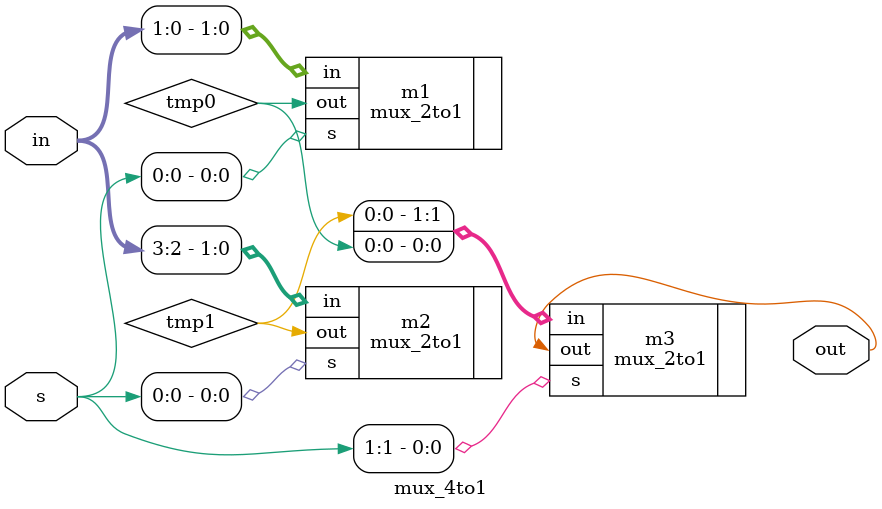
<source format=sv>
module mux_4to1(
input logic [3:0] in,
input logic [1:0] s,
output logic out
);

logic tmp0, tmp1;



mux_2to1 m1(.in(in[1:0]), .s(s[0]), .out(tmp0));
mux_2to1 m2(.in(in[3:2]), .s(s[0]), .out(tmp1));
mux_2to1 m3(.in({tmp1,tmp0}), .s(s[1]), .out(out));


endmodule
</source>
